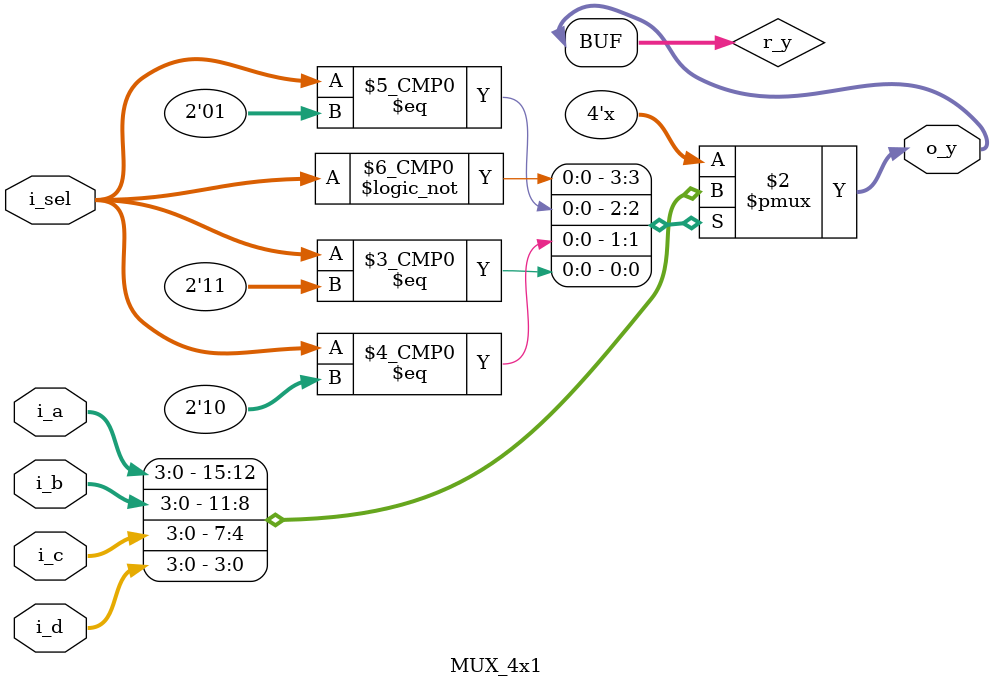
<source format=v>
`timescale 1ns / 1ps

module MUX_4x1(
    input[3:0] i_a, i_b, i_c, i_d,
                // o_light_state_10 = i_c
                // o_light_state_1  = i_d
    input[1:0] i_sel,
    output[3:0] o_y
    );

    reg[3:0] r_y;
    assign o_y = r_y;

    always @(*)begin  // 모든 입력 바라봄
        case(i_sel)
            2'b00 : r_y <= i_a;  // 제일 오른쪽
            2'b01 : r_y <= i_b;
            2'b10 : r_y <= i_c;
            2'b11 : r_y <= i_d;
        endcase
    end
endmodule

</source>
